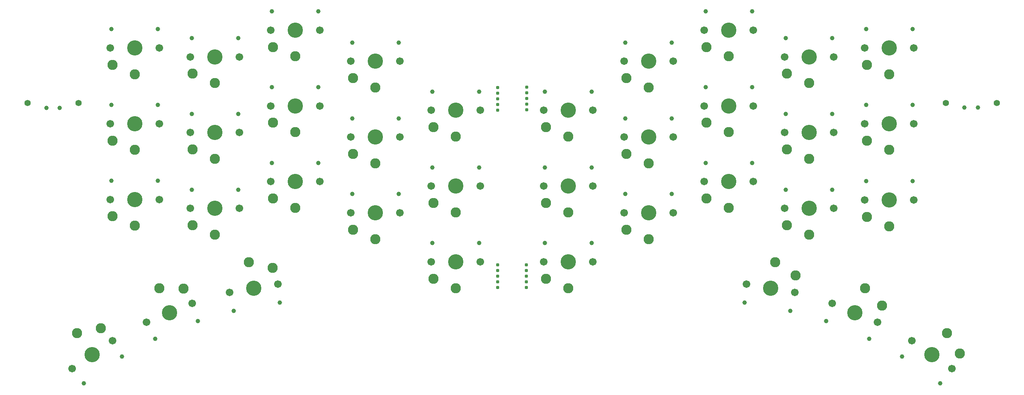
<source format=gts>
%TF.GenerationSoftware,KiCad,Pcbnew,(6.0.4)*%
%TF.CreationDate,2022-09-24T19:54:14+02:00*%
%TF.ProjectId,MyKeeb,4d794b65-6562-42e6-9b69-6361645f7063,rev?*%
%TF.SameCoordinates,Original*%
%TF.FileFunction,Soldermask,Top*%
%TF.FilePolarity,Negative*%
%FSLAX46Y46*%
G04 Gerber Fmt 4.6, Leading zero omitted, Abs format (unit mm)*
G04 Created by KiCad (PCBNEW (6.0.4)) date 2022-09-24 19:54:14*
%MOMM*%
%LPD*%
G01*
G04 APERTURE LIST*
%ADD10C,1.397000*%
%ADD11C,3.429000*%
%ADD12C,0.990600*%
%ADD13C,1.701800*%
%ADD14C,2.282000*%
%ADD15C,1.000000*%
%ADD16C,0.787400*%
G04 APERTURE END LIST*
D10*
%TO.C,Bat+1*%
X250105082Y-72891423D03*
%TD*%
D11*
%TO.C,SWr_12*%
X86248190Y-96525989D03*
D12*
X91468190Y-92325989D03*
D13*
X80748190Y-96525989D03*
D12*
X81028190Y-92325989D03*
D13*
X91748190Y-96525989D03*
D14*
X86248190Y-102425989D03*
X81248190Y-100325989D03*
%TD*%
D12*
%TO.C,SWr_16*%
X56883427Y-135812152D03*
D11*
X58750380Y-129377645D03*
D13*
X63255716Y-126222974D03*
X54245044Y-132532315D03*
D12*
X65435375Y-129824014D03*
D14*
X55366279Y-124544648D03*
X60666550Y-123396985D03*
%TD*%
D12*
%TO.C,SWr_11*%
X63028190Y-90325989D03*
X73468190Y-90325989D03*
D13*
X62748190Y-94525989D03*
D11*
X68248190Y-94525989D03*
D13*
X73748190Y-94525989D03*
D14*
X68248190Y-100425989D03*
X63248190Y-98325989D03*
%TD*%
D13*
%TO.C,SWr_6*%
X62748190Y-77525989D03*
D12*
X73468190Y-73325989D03*
D11*
X68248190Y-77525989D03*
D13*
X73748190Y-77525989D03*
D12*
X63028190Y-73325989D03*
D14*
X68248190Y-83425989D03*
X63248190Y-81325989D03*
%TD*%
D12*
%TO.C,SW4*%
X188696912Y-59327032D03*
D13*
X188976912Y-63527032D03*
X177976912Y-63527032D03*
D11*
X183476912Y-63527032D03*
D12*
X178256912Y-59327032D03*
D14*
X183476912Y-69427032D03*
X178476912Y-67327032D03*
%TD*%
D15*
%TO.C,SW_POWERR1*%
X48446220Y-73961340D03*
X51446220Y-73961340D03*
%TD*%
D16*
%TO.C,H10*%
X149613877Y-71918095D03*
X149613877Y-69378095D03*
X149613877Y-73188095D03*
X149613877Y-74458095D03*
X149613877Y-70648095D03*
%TD*%
D13*
%TO.C,SW10*%
X159976912Y-91527032D03*
X170976912Y-91527032D03*
D12*
X160256912Y-87327032D03*
D11*
X165476912Y-91527032D03*
D12*
X170696912Y-87327032D03*
D14*
X165476912Y-97427032D03*
X160476912Y-95327032D03*
%TD*%
D11*
%TO.C,SWr_13*%
X104248190Y-90525989D03*
D13*
X98748190Y-90525989D03*
X109748190Y-90525989D03*
D12*
X99028190Y-86325989D03*
X109468190Y-86325989D03*
D14*
X104248190Y-96425989D03*
X99248190Y-94325989D03*
%TD*%
D16*
%TO.C,H1*%
X149612727Y-110448095D03*
X149612727Y-111718095D03*
X149612727Y-114258095D03*
X149612727Y-109178095D03*
X149612727Y-112988095D03*
%TD*%
D12*
%TO.C,SW18*%
X204975006Y-117691084D03*
D13*
X205428582Y-113506270D03*
D12*
X215256399Y-119503971D03*
D11*
X210845024Y-114461335D03*
D13*
X216261467Y-115416400D03*
D14*
X211869549Y-108650969D03*
X216428926Y-111587307D03*
%TD*%
D13*
%TO.C,SWr_4*%
X127748190Y-63525989D03*
D11*
X122248190Y-63525989D03*
D13*
X116748190Y-63525989D03*
D12*
X127468190Y-59325989D03*
X117028190Y-59325989D03*
D14*
X122248190Y-69425989D03*
X117248190Y-67325989D03*
%TD*%
D16*
%TO.C,H2*%
X156113877Y-114268095D03*
X156113877Y-110458095D03*
X156113877Y-112998095D03*
X156113877Y-111728095D03*
X156113877Y-109188095D03*
%TD*%
D12*
%TO.C,SW9*%
X178256912Y-76327032D03*
D11*
X183476912Y-80527032D03*
D13*
X177976912Y-80527032D03*
X188976912Y-80527032D03*
D12*
X188696912Y-76327032D03*
D14*
X183476912Y-86427032D03*
X178476912Y-84327032D03*
%TD*%
D13*
%TO.C,SWr_15*%
X145748190Y-108525989D03*
D12*
X135028190Y-104325989D03*
X145468190Y-104325989D03*
D13*
X134748190Y-108525989D03*
D11*
X140248190Y-108525989D03*
D14*
X140248190Y-114425989D03*
X135248190Y-112325989D03*
%TD*%
D10*
%TO.C,BatGND2*%
X55653940Y-72900540D03*
%TD*%
D13*
%TO.C,SWr_3*%
X109748190Y-56525989D03*
X98748190Y-56525989D03*
D12*
X99028190Y-52325989D03*
X109468190Y-52325989D03*
D11*
X104248190Y-56525989D03*
D14*
X104248190Y-62425989D03*
X99248190Y-60325989D03*
%TD*%
D13*
%TO.C,SW11*%
X231976912Y-94633552D03*
D11*
X237476912Y-94633552D03*
D13*
X242976912Y-94633552D03*
D12*
X242696912Y-90433552D03*
X232256912Y-90433552D03*
D14*
X237476912Y-100533552D03*
X232476912Y-98433552D03*
%TD*%
D13*
%TO.C,SWr_7*%
X91748190Y-79525989D03*
D12*
X91468190Y-75325989D03*
D11*
X86248190Y-79525989D03*
D13*
X80748190Y-79525989D03*
D12*
X81028190Y-75325989D03*
D14*
X86248190Y-85425989D03*
X81248190Y-83325989D03*
%TD*%
D12*
%TO.C,SW1*%
X242696912Y-56327032D03*
D11*
X237476912Y-60527032D03*
D13*
X242976912Y-60527032D03*
D12*
X232256912Y-56327032D03*
D13*
X231976912Y-60527032D03*
D14*
X237476912Y-66427032D03*
X232476912Y-64327032D03*
%TD*%
D12*
%TO.C,SWr_14*%
X127468190Y-93325989D03*
D13*
X116748190Y-97525989D03*
D12*
X117028190Y-93325989D03*
D11*
X122248190Y-97525989D03*
D13*
X127748190Y-97525989D03*
D14*
X122248190Y-103425989D03*
X117248190Y-101325989D03*
%TD*%
D12*
%TO.C,SW6*%
X242696912Y-73327032D03*
D13*
X231976912Y-77527032D03*
D12*
X232256912Y-73327032D03*
D13*
X242976912Y-77527032D03*
D11*
X237476912Y-77527032D03*
D14*
X237476912Y-83427032D03*
X232476912Y-81327032D03*
%TD*%
D12*
%TO.C,SW5*%
X160256912Y-70327032D03*
D13*
X159976912Y-74527032D03*
X170976912Y-74527032D03*
D12*
X170696912Y-70327032D03*
D11*
X165476912Y-74527032D03*
D14*
X165476912Y-80427032D03*
X160476912Y-78327032D03*
%TD*%
D12*
%TO.C,SWr_9*%
X127468190Y-76325989D03*
D13*
X127748190Y-80525989D03*
D12*
X117028190Y-76325989D03*
D11*
X122248190Y-80525989D03*
D13*
X116748190Y-80525989D03*
D14*
X122248190Y-86425989D03*
X117248190Y-84325989D03*
%TD*%
D11*
%TO.C,SW7*%
X219476912Y-79527032D03*
D12*
X214256912Y-75327032D03*
D13*
X213976912Y-79527032D03*
X224976912Y-79527032D03*
D12*
X224696912Y-75327032D03*
D14*
X219476912Y-85427032D03*
X214476912Y-83327032D03*
%TD*%
D11*
%TO.C,SWr_8*%
X104248190Y-73525989D03*
D13*
X98748190Y-73525989D03*
D12*
X99028190Y-69325989D03*
X109468190Y-69325989D03*
D13*
X109748190Y-73525989D03*
D14*
X104248190Y-79425989D03*
X99248190Y-77325989D03*
%TD*%
D13*
%TO.C,SWr_17*%
X81108749Y-117846980D03*
D11*
X76027411Y-119951739D03*
D12*
X82457333Y-121834425D03*
X72812031Y-125829640D03*
D13*
X70946074Y-122056498D03*
D14*
X73769579Y-114500850D03*
X79192612Y-114527580D03*
%TD*%
D10*
%TO.C,Bat+r1*%
X44221400Y-72900540D03*
%TD*%
D13*
%TO.C,SW15*%
X170976912Y-108527032D03*
D12*
X160256912Y-104327032D03*
X170696912Y-104327032D03*
D13*
X159976912Y-108527032D03*
D11*
X165476912Y-108527032D03*
D14*
X165476912Y-114427032D03*
X160476912Y-112327032D03*
%TD*%
D13*
%TO.C,SWr_10*%
X134748190Y-91525989D03*
X145748190Y-91525989D03*
D12*
X135028190Y-87325989D03*
D11*
X140248190Y-91525989D03*
D12*
X145468190Y-87325989D03*
D14*
X140248190Y-97425989D03*
X135248190Y-95325989D03*
%TD*%
D13*
%TO.C,SW2*%
X213976912Y-62527032D03*
D12*
X224696912Y-58327032D03*
X214256912Y-58327032D03*
D13*
X224976912Y-62527032D03*
D11*
X219476912Y-62527032D03*
D14*
X219476912Y-68427032D03*
X214476912Y-66327032D03*
%TD*%
D11*
%TO.C,SWr_5*%
X140248190Y-74525989D03*
D13*
X145748190Y-74525989D03*
X134748190Y-74525989D03*
D12*
X145468190Y-70325989D03*
X135028190Y-70325989D03*
D14*
X140248190Y-80425989D03*
X135248190Y-78325989D03*
%TD*%
D13*
%TO.C,SWr_1*%
X62748190Y-60525989D03*
D12*
X73468190Y-56325989D03*
D11*
X68248190Y-60525989D03*
D13*
X73748190Y-60525989D03*
D12*
X63028190Y-56325989D03*
D14*
X68248190Y-66425989D03*
X63248190Y-64325989D03*
%TD*%
D12*
%TO.C,SWr_2*%
X91468190Y-58325989D03*
D11*
X86248190Y-62525989D03*
D13*
X80748190Y-62525989D03*
D12*
X81028190Y-58325989D03*
D13*
X91748190Y-62525989D03*
D14*
X86248190Y-68425989D03*
X81248190Y-66325989D03*
%TD*%
D13*
%TO.C,SW13*%
X195976912Y-90527032D03*
X206976912Y-90527032D03*
D11*
X201476912Y-90527032D03*
D12*
X196256912Y-86327032D03*
X206696912Y-86327032D03*
D14*
X201476912Y-96427032D03*
X196476912Y-94327032D03*
%TD*%
D11*
%TO.C,SW3*%
X201476912Y-56527032D03*
D13*
X195976912Y-56527032D03*
X206976912Y-56527032D03*
D12*
X206696912Y-52327032D03*
X196256912Y-52327032D03*
D14*
X201476912Y-62427032D03*
X196476912Y-60327032D03*
%TD*%
D15*
%TO.C,SW_POWER1*%
X257322982Y-73945523D03*
X254322982Y-73945523D03*
%TD*%
D13*
%TO.C,SWr_18*%
X89498354Y-115415347D03*
D12*
X100784815Y-117690031D03*
D11*
X94914797Y-114460282D03*
D13*
X100331239Y-113505217D03*
D12*
X90503422Y-119502918D03*
D14*
X93890272Y-108649916D03*
X99178972Y-109849771D03*
%TD*%
D11*
%TO.C,SW14*%
X183476912Y-97527032D03*
D12*
X178256912Y-93327032D03*
X188696912Y-93327032D03*
D13*
X177976912Y-97527032D03*
X188976912Y-97527032D03*
D14*
X183476912Y-103427032D03*
X178476912Y-101327032D03*
%TD*%
D12*
%TO.C,SW8*%
X196256912Y-69327032D03*
D13*
X195976912Y-73527032D03*
X206976912Y-73527032D03*
D12*
X206696912Y-69327032D03*
D11*
X201476912Y-73527032D03*
D14*
X201476912Y-79427032D03*
X196476912Y-77327032D03*
%TD*%
D16*
%TO.C,H9*%
X156122727Y-69368095D03*
X156122727Y-74448095D03*
X156122727Y-71908095D03*
X156122727Y-70638095D03*
X156122727Y-73178095D03*
%TD*%
D12*
%TO.C,SW16*%
X240324436Y-129825092D03*
D11*
X247009431Y-129378722D03*
D13*
X242504095Y-126224052D03*
D12*
X248876384Y-135813230D03*
D13*
X251514767Y-132533393D03*
D14*
X250393532Y-124545725D03*
X253284782Y-129133827D03*
%TD*%
D12*
%TO.C,SW17*%
X223302484Y-121835491D03*
D13*
X224651069Y-117848046D03*
D11*
X229732406Y-119952805D03*
D12*
X232947787Y-125830706D03*
D13*
X234813743Y-122057564D03*
D14*
X231990238Y-114501916D03*
X235806001Y-118355480D03*
%TD*%
D11*
%TO.C,SW12*%
X219476912Y-96527032D03*
D12*
X214256912Y-92327032D03*
D13*
X224976912Y-96527032D03*
X213976912Y-96527032D03*
D12*
X224696912Y-92327032D03*
D14*
X219476912Y-102427032D03*
X214476912Y-100327032D03*
%TD*%
D10*
%TO.C,BatGND1*%
X261539422Y-72899043D03*
%TD*%
M02*

</source>
